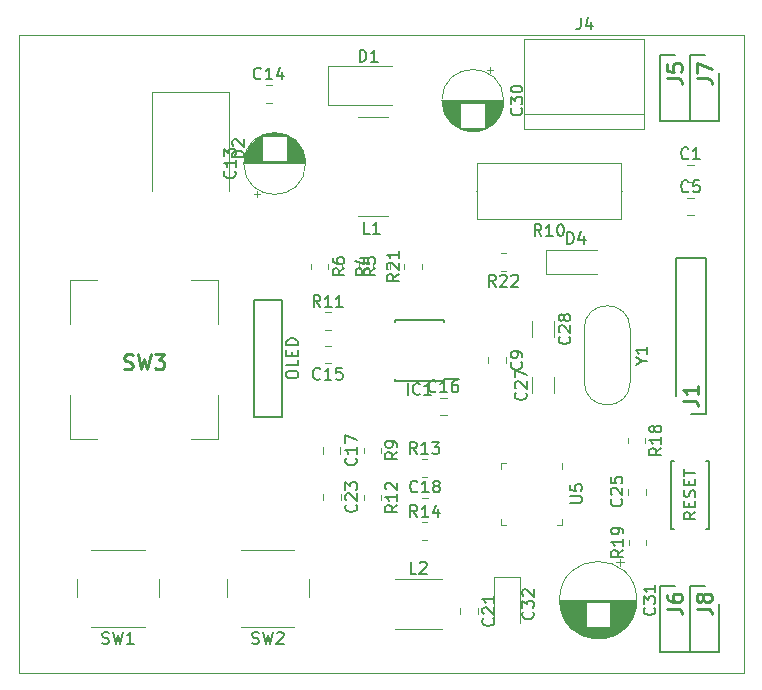
<source format=gto>
%TF.GenerationSoftware,KiCad,Pcbnew,(6.0.1-0)*%
%TF.CreationDate,2022-06-02T12:12:10+03:00*%
%TF.ProjectId,VoltageRegulator,566f6c74-6167-4655-9265-67756c61746f,rev?*%
%TF.SameCoordinates,Original*%
%TF.FileFunction,Legend,Top*%
%TF.FilePolarity,Positive*%
%FSLAX46Y46*%
G04 Gerber Fmt 4.6, Leading zero omitted, Abs format (unit mm)*
G04 Created by KiCad (PCBNEW (6.0.1-0)) date 2022-06-02 12:12:10*
%MOMM*%
%LPD*%
G01*
G04 APERTURE LIST*
%TA.AperFunction,Profile*%
%ADD10C,0.100000*%
%TD*%
%ADD11C,0.254000*%
%ADD12C,0.150000*%
%ADD13C,0.200000*%
%ADD14C,0.120000*%
%ADD15C,0.100000*%
G04 APERTURE END LIST*
D10*
X41505308Y-38806895D02*
X-19874692Y-38806895D01*
X-19874692Y-38806895D02*
X-19874692Y15193105D01*
X-19874692Y15193105D02*
X41505308Y15193105D01*
X41505308Y15193105D02*
X41505308Y-38806895D01*
D11*
%TO.C,J7*%
X37509831Y11539771D02*
X38416974Y11539771D01*
X38598403Y11479295D01*
X38719355Y11358343D01*
X38779831Y11176914D01*
X38779831Y11055962D01*
X37509831Y12023581D02*
X37509831Y12870247D01*
X38779831Y12325962D01*
D12*
%TO.C,R10*%
X24383350Y-1807575D02*
X24050017Y-1331385D01*
X23811922Y-1807575D02*
X23811922Y-807575D01*
X24192874Y-807575D01*
X24288112Y-855195D01*
X24335731Y-902814D01*
X24383350Y-998052D01*
X24383350Y-1140909D01*
X24335731Y-1236147D01*
X24288112Y-1283766D01*
X24192874Y-1331385D01*
X23811922Y-1331385D01*
X25335731Y-1807575D02*
X24764303Y-1807575D01*
X25050017Y-1807575D02*
X25050017Y-807575D01*
X24954779Y-950433D01*
X24859541Y-1045671D01*
X24764303Y-1093290D01*
X25954779Y-807575D02*
X26050017Y-807575D01*
X26145255Y-855195D01*
X26192874Y-902814D01*
X26240493Y-998052D01*
X26288112Y-1188528D01*
X26288112Y-1426623D01*
X26240493Y-1617099D01*
X26192874Y-1712337D01*
X26145255Y-1759956D01*
X26050017Y-1807575D01*
X25954779Y-1807575D01*
X25859541Y-1759956D01*
X25811922Y-1712337D01*
X25764303Y-1617099D01*
X25716684Y-1426623D01*
X25716684Y-1188528D01*
X25764303Y-998052D01*
X25811922Y-902814D01*
X25859541Y-855195D01*
X25954779Y-807575D01*
%TO.C,C23*%
X8677050Y-24564052D02*
X8724669Y-24611671D01*
X8772288Y-24754528D01*
X8772288Y-24849766D01*
X8724669Y-24992623D01*
X8629431Y-25087861D01*
X8534193Y-25135480D01*
X8343717Y-25183099D01*
X8200860Y-25183099D01*
X8010384Y-25135480D01*
X7915146Y-25087861D01*
X7819908Y-24992623D01*
X7772288Y-24849766D01*
X7772288Y-24754528D01*
X7819908Y-24611671D01*
X7867527Y-24564052D01*
X7867527Y-24183099D02*
X7819908Y-24135480D01*
X7772288Y-24040242D01*
X7772288Y-23802147D01*
X7819908Y-23706909D01*
X7867527Y-23659290D01*
X7962765Y-23611671D01*
X8058003Y-23611671D01*
X8200860Y-23659290D01*
X8772288Y-24230718D01*
X8772288Y-23611671D01*
X7772288Y-23278337D02*
X7772288Y-22659290D01*
X8153241Y-22992623D01*
X8153241Y-22849766D01*
X8200860Y-22754528D01*
X8248479Y-22706909D01*
X8343717Y-22659290D01*
X8581812Y-22659290D01*
X8677050Y-22706909D01*
X8724669Y-22754528D01*
X8772288Y-22849766D01*
X8772288Y-23135480D01*
X8724669Y-23230718D01*
X8677050Y-23278337D01*
%TO.C,C28*%
X26729550Y-10332452D02*
X26777169Y-10380071D01*
X26824788Y-10522928D01*
X26824788Y-10618166D01*
X26777169Y-10761023D01*
X26681931Y-10856261D01*
X26586693Y-10903880D01*
X26396217Y-10951499D01*
X26253360Y-10951499D01*
X26062884Y-10903880D01*
X25967646Y-10856261D01*
X25872408Y-10761023D01*
X25824788Y-10618166D01*
X25824788Y-10522928D01*
X25872408Y-10380071D01*
X25920027Y-10332452D01*
X25920027Y-9951499D02*
X25872408Y-9903880D01*
X25824788Y-9808642D01*
X25824788Y-9570547D01*
X25872408Y-9475309D01*
X25920027Y-9427690D01*
X26015265Y-9380071D01*
X26110503Y-9380071D01*
X26253360Y-9427690D01*
X26824788Y-9999118D01*
X26824788Y-9380071D01*
X26253360Y-8808642D02*
X26205741Y-8903880D01*
X26158122Y-8951499D01*
X26062884Y-8999118D01*
X26015265Y-8999118D01*
X25920027Y-8951499D01*
X25872408Y-8903880D01*
X25824788Y-8808642D01*
X25824788Y-8618166D01*
X25872408Y-8522928D01*
X25920027Y-8475309D01*
X26015265Y-8427690D01*
X26062884Y-8427690D01*
X26158122Y-8475309D01*
X26205741Y-8522928D01*
X26253360Y-8618166D01*
X26253360Y-8808642D01*
X26300979Y-8903880D01*
X26348598Y-8951499D01*
X26443836Y-8999118D01*
X26634312Y-8999118D01*
X26729550Y-8951499D01*
X26777169Y-8903880D01*
X26824788Y-8808642D01*
X26824788Y-8618166D01*
X26777169Y-8522928D01*
X26729550Y-8475309D01*
X26634312Y-8427690D01*
X26443836Y-8427690D01*
X26348598Y-8475309D01*
X26300979Y-8522928D01*
X26253360Y-8618166D01*
%TO.C,SW2*%
X-117225Y-36296156D02*
X25631Y-36343775D01*
X263727Y-36343775D01*
X358965Y-36296156D01*
X406584Y-36248537D01*
X454203Y-36153299D01*
X454203Y-36058061D01*
X406584Y-35962823D01*
X358965Y-35915204D01*
X263727Y-35867585D01*
X73250Y-35819966D01*
X-21987Y-35772347D01*
X-69606Y-35724728D01*
X-117225Y-35629490D01*
X-117225Y-35534252D01*
X-69606Y-35439014D01*
X-21987Y-35391395D01*
X73250Y-35343775D01*
X311346Y-35343775D01*
X454203Y-35391395D01*
X787536Y-35343775D02*
X1025631Y-36343775D01*
X1216108Y-35629490D01*
X1406584Y-36343775D01*
X1644679Y-35343775D01*
X1978012Y-35439014D02*
X2025631Y-35391395D01*
X2120869Y-35343775D01*
X2358965Y-35343775D01*
X2454203Y-35391395D01*
X2501822Y-35439014D01*
X2549441Y-35534252D01*
X2549441Y-35629490D01*
X2501822Y-35772347D01*
X1930393Y-36343775D01*
X2549441Y-36343775D01*
%TO.C,IC1*%
X13049517Y-15256975D02*
X13049517Y-14256975D01*
X14097136Y-15161737D02*
X14049517Y-15209356D01*
X13906660Y-15256975D01*
X13811422Y-15256975D01*
X13668565Y-15209356D01*
X13573327Y-15114118D01*
X13525708Y-15018880D01*
X13478088Y-14828404D01*
X13478088Y-14685547D01*
X13525708Y-14495071D01*
X13573327Y-14399833D01*
X13668565Y-14304595D01*
X13811422Y-14256975D01*
X13906660Y-14256975D01*
X14049517Y-14304595D01*
X14097136Y-14352214D01*
X15049517Y-15256975D02*
X14478088Y-15256975D01*
X14763803Y-15256975D02*
X14763803Y-14256975D01*
X14668565Y-14399833D01*
X14573327Y-14495071D01*
X14478088Y-14542690D01*
%TO.C,R22*%
X20506850Y-6098775D02*
X20173517Y-5622585D01*
X19935422Y-6098775D02*
X19935422Y-5098775D01*
X20316374Y-5098775D01*
X20411612Y-5146395D01*
X20459231Y-5194014D01*
X20506850Y-5289252D01*
X20506850Y-5432109D01*
X20459231Y-5527347D01*
X20411612Y-5574966D01*
X20316374Y-5622585D01*
X19935422Y-5622585D01*
X20887803Y-5194014D02*
X20935422Y-5146395D01*
X21030660Y-5098775D01*
X21268755Y-5098775D01*
X21363993Y-5146395D01*
X21411612Y-5194014D01*
X21459231Y-5289252D01*
X21459231Y-5384490D01*
X21411612Y-5527347D01*
X20840184Y-6098775D01*
X21459231Y-6098775D01*
X21840184Y-5194014D02*
X21887803Y-5146395D01*
X21983041Y-5098775D01*
X22221136Y-5098775D01*
X22316374Y-5146395D01*
X22363993Y-5194014D01*
X22411612Y-5289252D01*
X22411612Y-5384490D01*
X22363993Y-5527347D01*
X21792565Y-6098775D01*
X22411612Y-6098775D01*
%TO.C,L2*%
X13792241Y-30404075D02*
X13316050Y-30404075D01*
X13316050Y-29404075D01*
X14077955Y-29499314D02*
X14125574Y-29451695D01*
X14220812Y-29404075D01*
X14458908Y-29404075D01*
X14554146Y-29451695D01*
X14601765Y-29499314D01*
X14649384Y-29594552D01*
X14649384Y-29689790D01*
X14601765Y-29832647D01*
X14030336Y-30404075D01*
X14649384Y-30404075D01*
%TO.C,D4*%
X26556112Y-2472475D02*
X26556112Y-1472475D01*
X26794208Y-1472475D01*
X26937065Y-1520095D01*
X27032303Y-1615333D01*
X27079922Y-1710571D01*
X27127541Y-1901047D01*
X27127541Y-2043904D01*
X27079922Y-2234380D01*
X27032303Y-2329618D01*
X26937065Y-2424856D01*
X26794208Y-2472475D01*
X26556112Y-2472475D01*
X27984684Y-1805809D02*
X27984684Y-2472475D01*
X27746588Y-1424856D02*
X27508493Y-2139142D01*
X28127541Y-2139142D01*
%TO.C,C15*%
X5641550Y-13875637D02*
X5593931Y-13923256D01*
X5451074Y-13970875D01*
X5355836Y-13970875D01*
X5212979Y-13923256D01*
X5117741Y-13828018D01*
X5070122Y-13732780D01*
X5022503Y-13542304D01*
X5022503Y-13399447D01*
X5070122Y-13208971D01*
X5117741Y-13113733D01*
X5212979Y-13018495D01*
X5355836Y-12970875D01*
X5451074Y-12970875D01*
X5593931Y-13018495D01*
X5641550Y-13066114D01*
X6593931Y-13970875D02*
X6022503Y-13970875D01*
X6308217Y-13970875D02*
X6308217Y-12970875D01*
X6212979Y-13113733D01*
X6117741Y-13208971D01*
X6022503Y-13256590D01*
X7498693Y-12970875D02*
X7022503Y-12970875D01*
X6974884Y-13447066D01*
X7022503Y-13399447D01*
X7117741Y-13351828D01*
X7355836Y-13351828D01*
X7451074Y-13399447D01*
X7498693Y-13447066D01*
X7546312Y-13542304D01*
X7546312Y-13780399D01*
X7498693Y-13875637D01*
X7451074Y-13923256D01*
X7355836Y-13970875D01*
X7117741Y-13970875D01*
X7022503Y-13923256D01*
X6974884Y-13875637D01*
%TO.C,C9*%
X22667350Y-12496861D02*
X22714969Y-12544480D01*
X22762588Y-12687337D01*
X22762588Y-12782575D01*
X22714969Y-12925433D01*
X22619731Y-13020671D01*
X22524493Y-13068290D01*
X22334017Y-13115909D01*
X22191160Y-13115909D01*
X22000684Y-13068290D01*
X21905446Y-13020671D01*
X21810208Y-12925433D01*
X21762588Y-12782575D01*
X21762588Y-12687337D01*
X21810208Y-12544480D01*
X21857827Y-12496861D01*
X22762588Y-12020671D02*
X22762588Y-11830195D01*
X22714969Y-11734956D01*
X22667350Y-11687337D01*
X22524493Y-11592099D01*
X22334017Y-11544480D01*
X21953065Y-11544480D01*
X21857827Y-11592099D01*
X21810208Y-11639718D01*
X21762588Y-11734956D01*
X21762588Y-11925433D01*
X21810208Y-12020671D01*
X21857827Y-12068290D01*
X21953065Y-12115909D01*
X22191160Y-12115909D01*
X22286398Y-12068290D01*
X22334017Y-12020671D01*
X22381636Y-11925433D01*
X22381636Y-11734956D01*
X22334017Y-11639718D01*
X22286398Y-11592099D01*
X22191160Y-11544480D01*
%TO.C,R4*%
X9658988Y-4549061D02*
X9182798Y-4882395D01*
X9658988Y-5120490D02*
X8658988Y-5120490D01*
X8658988Y-4739537D01*
X8706608Y-4644299D01*
X8754227Y-4596680D01*
X8849465Y-4549061D01*
X8992322Y-4549061D01*
X9087560Y-4596680D01*
X9135179Y-4644299D01*
X9182798Y-4739537D01*
X9182798Y-5120490D01*
X8992322Y-3691918D02*
X9658988Y-3691918D01*
X8611369Y-3930014D02*
X9325655Y-4168109D01*
X9325655Y-3549061D01*
%TO.C,R6*%
X7690288Y-4549061D02*
X7214098Y-4882395D01*
X7690288Y-5120490D02*
X6690288Y-5120490D01*
X6690288Y-4739537D01*
X6737908Y-4644299D01*
X6785527Y-4596680D01*
X6880765Y-4549061D01*
X7023622Y-4549061D01*
X7118860Y-4596680D01*
X7166479Y-4644299D01*
X7214098Y-4739537D01*
X7214098Y-5120490D01*
X6690288Y-3691918D02*
X6690288Y-3882395D01*
X6737908Y-3977633D01*
X6785527Y-4025252D01*
X6928384Y-4120490D01*
X7118860Y-4168109D01*
X7499812Y-4168109D01*
X7595050Y-4120490D01*
X7642669Y-4072871D01*
X7690288Y-3977633D01*
X7690288Y-3787156D01*
X7642669Y-3691918D01*
X7595050Y-3644299D01*
X7499812Y-3596680D01*
X7261717Y-3596680D01*
X7166479Y-3644299D01*
X7118860Y-3691918D01*
X7071241Y-3787156D01*
X7071241Y-3977633D01*
X7118860Y-4072871D01*
X7166479Y-4120490D01*
X7261717Y-4168109D01*
D11*
%TO.C,J8*%
X37509831Y-33360228D02*
X38416974Y-33360228D01*
X38598403Y-33420704D01*
X38719355Y-33541656D01*
X38779831Y-33723085D01*
X38779831Y-33844037D01*
X38054117Y-32574037D02*
X37993641Y-32694990D01*
X37933165Y-32755466D01*
X37812212Y-32815942D01*
X37751736Y-32815942D01*
X37630784Y-32755466D01*
X37570308Y-32694990D01*
X37509831Y-32574037D01*
X37509831Y-32332133D01*
X37570308Y-32211180D01*
X37630784Y-32150704D01*
X37751736Y-32090228D01*
X37812212Y-32090228D01*
X37933165Y-32150704D01*
X37993641Y-32211180D01*
X38054117Y-32332133D01*
X38054117Y-32574037D01*
X38114593Y-32694990D01*
X38175069Y-32755466D01*
X38296022Y-32815942D01*
X38537927Y-32815942D01*
X38658879Y-32755466D01*
X38719355Y-32694990D01*
X38779831Y-32574037D01*
X38779831Y-32332133D01*
X38719355Y-32211180D01*
X38658879Y-32150704D01*
X38537927Y-32090228D01*
X38296022Y-32090228D01*
X38175069Y-32150704D01*
X38114593Y-32211180D01*
X38054117Y-32332133D01*
%TO.C,J1*%
X36342231Y-15760528D02*
X37249374Y-15760528D01*
X37430803Y-15821004D01*
X37551755Y-15941956D01*
X37612231Y-16123385D01*
X37612231Y-16244337D01*
X37612231Y-14490528D02*
X37612231Y-15216242D01*
X37612231Y-14853385D02*
X36342231Y-14853385D01*
X36523660Y-14974337D01*
X36644612Y-15095290D01*
X36705088Y-15216242D01*
%TO.C,SW3*%
X-10948325Y-13037742D02*
X-10766896Y-13098218D01*
X-10464515Y-13098218D01*
X-10343563Y-13037742D01*
X-10283087Y-12977266D01*
X-10222611Y-12856314D01*
X-10222611Y-12735361D01*
X-10283087Y-12614409D01*
X-10343563Y-12553933D01*
X-10464515Y-12493456D01*
X-10706420Y-12432980D01*
X-10827372Y-12372504D01*
X-10887849Y-12312028D01*
X-10948325Y-12191075D01*
X-10948325Y-12070123D01*
X-10887849Y-11949171D01*
X-10827372Y-11888695D01*
X-10706420Y-11828218D01*
X-10404039Y-11828218D01*
X-10222611Y-11888695D01*
X-9799277Y-11828218D02*
X-9496896Y-13098218D01*
X-9254992Y-12191075D01*
X-9013087Y-13098218D01*
X-8710706Y-11828218D01*
X-8347849Y-11828218D02*
X-7561658Y-11828218D01*
X-7984992Y-12312028D01*
X-7803563Y-12312028D01*
X-7682611Y-12372504D01*
X-7622134Y-12432980D01*
X-7561658Y-12553933D01*
X-7561658Y-12856314D01*
X-7622134Y-12977266D01*
X-7682611Y-13037742D01*
X-7803563Y-13098218D01*
X-8166420Y-13098218D01*
X-8287372Y-13037742D01*
X-8347849Y-12977266D01*
D12*
%TO.C,L1*%
X9843041Y-1634675D02*
X9366850Y-1634675D01*
X9366850Y-634675D01*
X10700184Y-1634675D02*
X10128755Y-1634675D01*
X10414469Y-1634675D02*
X10414469Y-634675D01*
X10319231Y-777533D01*
X10223993Y-872771D01*
X10128755Y-920390D01*
%TO.C,C31*%
X33934750Y-33278952D02*
X33982369Y-33326571D01*
X34029988Y-33469428D01*
X34029988Y-33564666D01*
X33982369Y-33707523D01*
X33887131Y-33802761D01*
X33791893Y-33850380D01*
X33601417Y-33897999D01*
X33458560Y-33897999D01*
X33268084Y-33850380D01*
X33172846Y-33802761D01*
X33077608Y-33707523D01*
X33029988Y-33564666D01*
X33029988Y-33469428D01*
X33077608Y-33326571D01*
X33125227Y-33278952D01*
X33029988Y-32945618D02*
X33029988Y-32326571D01*
X33410941Y-32659904D01*
X33410941Y-32517047D01*
X33458560Y-32421809D01*
X33506179Y-32374190D01*
X33601417Y-32326571D01*
X33839512Y-32326571D01*
X33934750Y-32374190D01*
X33982369Y-32421809D01*
X34029988Y-32517047D01*
X34029988Y-32802761D01*
X33982369Y-32897999D01*
X33934750Y-32945618D01*
X34029988Y-31374190D02*
X34029988Y-31945618D01*
X34029988Y-31659904D02*
X33029988Y-31659904D01*
X33172846Y-31755142D01*
X33268084Y-31850380D01*
X33315703Y-31945618D01*
%TO.C,R19*%
X31299488Y-28414152D02*
X30823298Y-28747485D01*
X31299488Y-28985580D02*
X30299488Y-28985580D01*
X30299488Y-28604628D01*
X30347108Y-28509390D01*
X30394727Y-28461771D01*
X30489965Y-28414152D01*
X30632822Y-28414152D01*
X30728060Y-28461771D01*
X30775679Y-28509390D01*
X30823298Y-28604628D01*
X30823298Y-28985580D01*
X31299488Y-27461771D02*
X31299488Y-28033199D01*
X31299488Y-27747485D02*
X30299488Y-27747485D01*
X30442346Y-27842723D01*
X30537584Y-27937961D01*
X30585203Y-28033199D01*
X31299488Y-26985580D02*
X31299488Y-26795104D01*
X31251869Y-26699866D01*
X31204250Y-26652247D01*
X31061393Y-26557009D01*
X30870917Y-26509390D01*
X30489965Y-26509390D01*
X30394727Y-26557009D01*
X30347108Y-26604628D01*
X30299488Y-26699866D01*
X30299488Y-26890342D01*
X30347108Y-26985580D01*
X30394727Y-27033199D01*
X30489965Y-27080818D01*
X30728060Y-27080818D01*
X30823298Y-27033199D01*
X30870917Y-26985580D01*
X30918536Y-26890342D01*
X30918536Y-26699866D01*
X30870917Y-26604628D01*
X30823298Y-26557009D01*
X30728060Y-26509390D01*
%TO.C,R11*%
X5661550Y-7822675D02*
X5328217Y-7346485D01*
X5090122Y-7822675D02*
X5090122Y-6822675D01*
X5471074Y-6822675D01*
X5566312Y-6870295D01*
X5613931Y-6917914D01*
X5661550Y-7013152D01*
X5661550Y-7156009D01*
X5613931Y-7251247D01*
X5566312Y-7298866D01*
X5471074Y-7346485D01*
X5090122Y-7346485D01*
X6613931Y-7822675D02*
X6042503Y-7822675D01*
X6328217Y-7822675D02*
X6328217Y-6822675D01*
X6232979Y-6965533D01*
X6137741Y-7060771D01*
X6042503Y-7108390D01*
X7566312Y-7822675D02*
X6994884Y-7822675D01*
X7280598Y-7822675D02*
X7280598Y-6822675D01*
X7185360Y-6965533D01*
X7090122Y-7060771D01*
X6994884Y-7108390D01*
%TO.C,C21*%
X20284250Y-34193852D02*
X20331869Y-34241471D01*
X20379488Y-34384328D01*
X20379488Y-34479566D01*
X20331869Y-34622423D01*
X20236631Y-34717661D01*
X20141393Y-34765280D01*
X19950917Y-34812899D01*
X19808060Y-34812899D01*
X19617584Y-34765280D01*
X19522346Y-34717661D01*
X19427108Y-34622423D01*
X19379488Y-34479566D01*
X19379488Y-34384328D01*
X19427108Y-34241471D01*
X19474727Y-34193852D01*
X19474727Y-33812899D02*
X19427108Y-33765280D01*
X19379488Y-33670042D01*
X19379488Y-33431947D01*
X19427108Y-33336709D01*
X19474727Y-33289090D01*
X19569965Y-33241471D01*
X19665203Y-33241471D01*
X19808060Y-33289090D01*
X20379488Y-33860518D01*
X20379488Y-33241471D01*
X20379488Y-32289090D02*
X20379488Y-32860518D01*
X20379488Y-32574804D02*
X19379488Y-32574804D01*
X19522346Y-32670042D01*
X19617584Y-32765280D01*
X19665203Y-32860518D01*
%TO.C,R13*%
X13813050Y-20258075D02*
X13479717Y-19781885D01*
X13241622Y-20258075D02*
X13241622Y-19258075D01*
X13622574Y-19258075D01*
X13717812Y-19305695D01*
X13765431Y-19353314D01*
X13813050Y-19448552D01*
X13813050Y-19591409D01*
X13765431Y-19686647D01*
X13717812Y-19734266D01*
X13622574Y-19781885D01*
X13241622Y-19781885D01*
X14765431Y-20258075D02*
X14194003Y-20258075D01*
X14479717Y-20258075D02*
X14479717Y-19258075D01*
X14384479Y-19400933D01*
X14289241Y-19496171D01*
X14194003Y-19543790D01*
X15098765Y-19258075D02*
X15717812Y-19258075D01*
X15384479Y-19639028D01*
X15527336Y-19639028D01*
X15622574Y-19686647D01*
X15670193Y-19734266D01*
X15717812Y-19829504D01*
X15717812Y-20067599D01*
X15670193Y-20162837D01*
X15622574Y-20210456D01*
X15527336Y-20258075D01*
X15241622Y-20258075D01*
X15146384Y-20210456D01*
X15098765Y-20162837D01*
%TO.C,D1*%
X8977712Y12951924D02*
X8977712Y13951924D01*
X9215808Y13951924D01*
X9358665Y13904305D01*
X9453903Y13809066D01*
X9501522Y13713828D01*
X9549141Y13523352D01*
X9549141Y13380495D01*
X9501522Y13190019D01*
X9453903Y13094781D01*
X9358665Y12999543D01*
X9215808Y12951924D01*
X8977712Y12951924D01*
X10501522Y12951924D02*
X9930093Y12951924D01*
X10215808Y12951924D02*
X10215808Y13951924D01*
X10120569Y13809066D01*
X10025331Y13713828D01*
X9930093Y13666209D01*
%TO.C,U5*%
X26817388Y-24403199D02*
X27626912Y-24403199D01*
X27722150Y-24355580D01*
X27769769Y-24307961D01*
X27817388Y-24212723D01*
X27817388Y-24022247D01*
X27769769Y-23927009D01*
X27722150Y-23879390D01*
X27626912Y-23831771D01*
X26817388Y-23831771D01*
X26817388Y-22879390D02*
X26817388Y-23355580D01*
X27293579Y-23403199D01*
X27245960Y-23355580D01*
X27198341Y-23260342D01*
X27198341Y-23022247D01*
X27245960Y-22927009D01*
X27293579Y-22879390D01*
X27388817Y-22831771D01*
X27626912Y-22831771D01*
X27722150Y-22879390D01*
X27769769Y-22927009D01*
X27817388Y-23022247D01*
X27817388Y-23260342D01*
X27769769Y-23355580D01*
X27722150Y-23403199D01*
%TO.C,C14*%
X639068Y11540318D02*
X591449Y11492699D01*
X448592Y11445080D01*
X353354Y11445080D01*
X210497Y11492699D01*
X115259Y11587937D01*
X67640Y11683175D01*
X20021Y11873651D01*
X20021Y12016508D01*
X67640Y12206984D01*
X115259Y12302222D01*
X210497Y12397461D01*
X353354Y12445080D01*
X448592Y12445080D01*
X591449Y12397461D01*
X639068Y12349841D01*
X1591449Y11445080D02*
X1020021Y11445080D01*
X1305735Y11445080D02*
X1305735Y12445080D01*
X1210497Y12302222D01*
X1115259Y12206984D01*
X1020021Y12159365D01*
X2448592Y12111746D02*
X2448592Y11445080D01*
X2210497Y12492699D02*
X1972402Y11778413D01*
X2591449Y11778413D01*
%TO.C,OL1*%
X2775588Y-13626875D02*
X2775588Y-13436399D01*
X2823208Y-13341161D01*
X2918446Y-13245923D01*
X3108922Y-13198304D01*
X3442255Y-13198304D01*
X3632731Y-13245923D01*
X3727969Y-13341161D01*
X3775588Y-13436399D01*
X3775588Y-13626875D01*
X3727969Y-13722114D01*
X3632731Y-13817352D01*
X3442255Y-13864971D01*
X3108922Y-13864971D01*
X2918446Y-13817352D01*
X2823208Y-13722114D01*
X2775588Y-13626875D01*
X3775588Y-12293542D02*
X3775588Y-12769733D01*
X2775588Y-12769733D01*
X3251779Y-11960209D02*
X3251779Y-11626875D01*
X3775588Y-11484018D02*
X3775588Y-11960209D01*
X2775588Y-11960209D01*
X2775588Y-11484018D01*
X3775588Y-11055447D02*
X2775588Y-11055447D01*
X2775588Y-10817352D01*
X2823208Y-10674495D01*
X2918446Y-10579256D01*
X3013684Y-10531637D01*
X3204160Y-10484018D01*
X3347017Y-10484018D01*
X3537493Y-10531637D01*
X3632731Y-10579256D01*
X3727969Y-10674495D01*
X3775588Y-10817352D01*
X3775588Y-11055447D01*
%TO.C,SW1*%
X-12800225Y-36296156D02*
X-12657368Y-36343775D01*
X-12419272Y-36343775D01*
X-12324034Y-36296156D01*
X-12276415Y-36248537D01*
X-12228796Y-36153299D01*
X-12228796Y-36058061D01*
X-12276415Y-35962823D01*
X-12324034Y-35915204D01*
X-12419272Y-35867585D01*
X-12609749Y-35819966D01*
X-12704987Y-35772347D01*
X-12752606Y-35724728D01*
X-12800225Y-35629490D01*
X-12800225Y-35534252D01*
X-12752606Y-35439014D01*
X-12704987Y-35391395D01*
X-12609749Y-35343775D01*
X-12371653Y-35343775D01*
X-12228796Y-35391395D01*
X-11895463Y-35343775D02*
X-11657368Y-36343775D01*
X-11466892Y-35629490D01*
X-11276415Y-36343775D01*
X-11038320Y-35343775D01*
X-10133558Y-36343775D02*
X-10704987Y-36343775D01*
X-10419272Y-36343775D02*
X-10419272Y-35343775D01*
X-10514511Y-35486633D01*
X-10609749Y-35581871D01*
X-10704987Y-35629490D01*
D11*
%TO.C,J6*%
X35009831Y-33360228D02*
X35916974Y-33360228D01*
X36098403Y-33420704D01*
X36219355Y-33541656D01*
X36279831Y-33723085D01*
X36279831Y-33844037D01*
X35009831Y-32211180D02*
X35009831Y-32453085D01*
X35070308Y-32574037D01*
X35130784Y-32634514D01*
X35312212Y-32755466D01*
X35554117Y-32815942D01*
X36037927Y-32815942D01*
X36158879Y-32755466D01*
X36219355Y-32694990D01*
X36279831Y-32574037D01*
X36279831Y-32332133D01*
X36219355Y-32211180D01*
X36158879Y-32150704D01*
X36037927Y-32090228D01*
X35735546Y-32090228D01*
X35614593Y-32150704D01*
X35554117Y-32211180D01*
X35493641Y-32332133D01*
X35493641Y-32574037D01*
X35554117Y-32694990D01*
X35614593Y-32755466D01*
X35735546Y-32815942D01*
D12*
%TO.C,Y1*%
X32870298Y-12389885D02*
X33346488Y-12389885D01*
X32346488Y-12723218D02*
X32870298Y-12389885D01*
X32346488Y-12056552D01*
X33346488Y-11199409D02*
X33346488Y-11770837D01*
X33346488Y-11485123D02*
X32346488Y-11485123D01*
X32489346Y-11580361D01*
X32584584Y-11675599D01*
X32632203Y-11770837D01*
%TO.C,J4*%
X27691774Y16676424D02*
X27691774Y15962138D01*
X27644155Y15819281D01*
X27548917Y15724043D01*
X27406060Y15676424D01*
X27310822Y15676424D01*
X28596536Y16343090D02*
X28596536Y15676424D01*
X28358441Y16724043D02*
X28120346Y16009757D01*
X28739393Y16009757D01*
D11*
%TO.C,J5*%
X35009831Y11539771D02*
X35916974Y11539771D01*
X36098403Y11479295D01*
X36219355Y11358343D01*
X36279831Y11176914D01*
X36279831Y11055962D01*
X35009831Y12749295D02*
X35009831Y12144533D01*
X35614593Y12084057D01*
X35554117Y12144533D01*
X35493641Y12265485D01*
X35493641Y12567866D01*
X35554117Y12688819D01*
X35614593Y12749295D01*
X35735546Y12809771D01*
X36037927Y12809771D01*
X36158879Y12749295D01*
X36219355Y12688819D01*
X36279831Y12567866D01*
X36279831Y12265485D01*
X36219355Y12144533D01*
X36158879Y12084057D01*
D12*
%TO.C,C25*%
X31134250Y-24093052D02*
X31181869Y-24140671D01*
X31229488Y-24283528D01*
X31229488Y-24378766D01*
X31181869Y-24521623D01*
X31086631Y-24616861D01*
X30991393Y-24664480D01*
X30800917Y-24712099D01*
X30658060Y-24712099D01*
X30467584Y-24664480D01*
X30372346Y-24616861D01*
X30277108Y-24521623D01*
X30229488Y-24378766D01*
X30229488Y-24283528D01*
X30277108Y-24140671D01*
X30324727Y-24093052D01*
X30324727Y-23712099D02*
X30277108Y-23664480D01*
X30229488Y-23569242D01*
X30229488Y-23331147D01*
X30277108Y-23235909D01*
X30324727Y-23188290D01*
X30419965Y-23140671D01*
X30515203Y-23140671D01*
X30658060Y-23188290D01*
X31229488Y-23759718D01*
X31229488Y-23140671D01*
X30229488Y-22235909D02*
X30229488Y-22712099D01*
X30705679Y-22759718D01*
X30658060Y-22712099D01*
X30610441Y-22616861D01*
X30610441Y-22378766D01*
X30658060Y-22283528D01*
X30705679Y-22235909D01*
X30800917Y-22188290D01*
X31039012Y-22188290D01*
X31134250Y-22235909D01*
X31181869Y-22283528D01*
X31229488Y-22378766D01*
X31229488Y-22616861D01*
X31181869Y-22712099D01*
X31134250Y-22759718D01*
%TO.C,R5*%
X10324688Y-4549061D02*
X9848498Y-4882395D01*
X10324688Y-5120490D02*
X9324688Y-5120490D01*
X9324688Y-4739537D01*
X9372308Y-4644299D01*
X9419927Y-4596680D01*
X9515165Y-4549061D01*
X9658022Y-4549061D01*
X9753260Y-4596680D01*
X9800879Y-4644299D01*
X9848498Y-4739537D01*
X9848498Y-5120490D01*
X9324688Y-3644299D02*
X9324688Y-4120490D01*
X9800879Y-4168109D01*
X9753260Y-4120490D01*
X9705641Y-4025252D01*
X9705641Y-3787156D01*
X9753260Y-3691918D01*
X9800879Y-3644299D01*
X9896117Y-3596680D01*
X10134212Y-3596680D01*
X10229450Y-3644299D01*
X10277069Y-3691918D01*
X10324688Y-3787156D01*
X10324688Y-4025252D01*
X10277069Y-4120490D01*
X10229450Y-4168109D01*
%TO.C,SW4*%
X37408188Y-25178175D02*
X36931998Y-25511509D01*
X37408188Y-25749604D02*
X36408188Y-25749604D01*
X36408188Y-25368652D01*
X36455808Y-25273414D01*
X36503427Y-25225795D01*
X36598665Y-25178175D01*
X36741522Y-25178175D01*
X36836760Y-25225795D01*
X36884379Y-25273414D01*
X36931998Y-25368652D01*
X36931998Y-25749604D01*
X36884379Y-24749604D02*
X36884379Y-24416271D01*
X37408188Y-24273414D02*
X37408188Y-24749604D01*
X36408188Y-24749604D01*
X36408188Y-24273414D01*
X37360569Y-23892461D02*
X37408188Y-23749604D01*
X37408188Y-23511509D01*
X37360569Y-23416271D01*
X37312950Y-23368652D01*
X37217712Y-23321033D01*
X37122474Y-23321033D01*
X37027236Y-23368652D01*
X36979617Y-23416271D01*
X36931998Y-23511509D01*
X36884379Y-23701985D01*
X36836760Y-23797223D01*
X36789141Y-23844842D01*
X36693903Y-23892461D01*
X36598665Y-23892461D01*
X36503427Y-23844842D01*
X36455808Y-23797223D01*
X36408188Y-23701985D01*
X36408188Y-23463890D01*
X36455808Y-23321033D01*
X36884379Y-22892461D02*
X36884379Y-22559128D01*
X37408188Y-22416271D02*
X37408188Y-22892461D01*
X36408188Y-22892461D01*
X36408188Y-22416271D01*
X36408188Y-22130556D02*
X36408188Y-21559128D01*
X37408188Y-21844842D02*
X36408188Y-21844842D01*
%TO.C,R18*%
X34519488Y-19771952D02*
X34043298Y-20105285D01*
X34519488Y-20343380D02*
X33519488Y-20343380D01*
X33519488Y-19962428D01*
X33567108Y-19867190D01*
X33614727Y-19819571D01*
X33709965Y-19771952D01*
X33852822Y-19771952D01*
X33948060Y-19819571D01*
X33995679Y-19867190D01*
X34043298Y-19962428D01*
X34043298Y-20343380D01*
X34519488Y-18819571D02*
X34519488Y-19390999D01*
X34519488Y-19105285D02*
X33519488Y-19105285D01*
X33662346Y-19200523D01*
X33757584Y-19295761D01*
X33805203Y-19390999D01*
X33948060Y-18248142D02*
X33900441Y-18343380D01*
X33852822Y-18390999D01*
X33757584Y-18438618D01*
X33709965Y-18438618D01*
X33614727Y-18390999D01*
X33567108Y-18343380D01*
X33519488Y-18248142D01*
X33519488Y-18057666D01*
X33567108Y-17962428D01*
X33614727Y-17914809D01*
X33709965Y-17867190D01*
X33757584Y-17867190D01*
X33852822Y-17914809D01*
X33900441Y-17962428D01*
X33948060Y-18057666D01*
X33948060Y-18248142D01*
X33995679Y-18343380D01*
X34043298Y-18390999D01*
X34138536Y-18438618D01*
X34329012Y-18438618D01*
X34424250Y-18390999D01*
X34471869Y-18343380D01*
X34519488Y-18248142D01*
X34519488Y-18057666D01*
X34471869Y-17962428D01*
X34424250Y-17914809D01*
X34329012Y-17867190D01*
X34138536Y-17867190D01*
X34043298Y-17914809D01*
X33995679Y-17962428D01*
X33948060Y-18057666D01*
%TO.C,C18*%
X13874950Y-23430737D02*
X13827331Y-23478356D01*
X13684474Y-23525975D01*
X13589236Y-23525975D01*
X13446379Y-23478356D01*
X13351141Y-23383118D01*
X13303522Y-23287880D01*
X13255903Y-23097404D01*
X13255903Y-22954547D01*
X13303522Y-22764071D01*
X13351141Y-22668833D01*
X13446379Y-22573595D01*
X13589236Y-22525975D01*
X13684474Y-22525975D01*
X13827331Y-22573595D01*
X13874950Y-22621214D01*
X14827331Y-23525975D02*
X14255903Y-23525975D01*
X14541617Y-23525975D02*
X14541617Y-22525975D01*
X14446379Y-22668833D01*
X14351141Y-22764071D01*
X14255903Y-22811690D01*
X15398760Y-22954547D02*
X15303522Y-22906928D01*
X15255903Y-22859309D01*
X15208284Y-22764071D01*
X15208284Y-22716452D01*
X15255903Y-22621214D01*
X15303522Y-22573595D01*
X15398760Y-22525975D01*
X15589236Y-22525975D01*
X15684474Y-22573595D01*
X15732093Y-22621214D01*
X15779712Y-22716452D01*
X15779712Y-22764071D01*
X15732093Y-22859309D01*
X15684474Y-22906928D01*
X15589236Y-22954547D01*
X15398760Y-22954547D01*
X15303522Y-23002166D01*
X15255903Y-23049785D01*
X15208284Y-23145023D01*
X15208284Y-23335499D01*
X15255903Y-23430737D01*
X15303522Y-23478356D01*
X15398760Y-23525975D01*
X15589236Y-23525975D01*
X15684474Y-23478356D01*
X15732093Y-23430737D01*
X15779712Y-23335499D01*
X15779712Y-23145023D01*
X15732093Y-23049785D01*
X15684474Y-23002166D01*
X15589236Y-22954547D01*
%TO.C,D2*%
X-790111Y4855009D02*
X-1790111Y4855009D01*
X-1790111Y5093105D01*
X-1742492Y5235962D01*
X-1647253Y5331200D01*
X-1552015Y5378819D01*
X-1361539Y5426438D01*
X-1218682Y5426438D01*
X-1028206Y5378819D01*
X-932968Y5331200D01*
X-837730Y5235962D01*
X-790111Y5093105D01*
X-790111Y4855009D01*
X-1694872Y5807390D02*
X-1742492Y5855009D01*
X-1790111Y5950247D01*
X-1790111Y6188343D01*
X-1742492Y6283581D01*
X-1694872Y6331200D01*
X-1599634Y6378819D01*
X-1504396Y6378819D01*
X-1361539Y6331200D01*
X-790111Y5759771D01*
X-790111Y6378819D01*
%TO.C,R12*%
X12162188Y-24587252D02*
X11685998Y-24920585D01*
X12162188Y-25158680D02*
X11162188Y-25158680D01*
X11162188Y-24777728D01*
X11209808Y-24682490D01*
X11257427Y-24634871D01*
X11352665Y-24587252D01*
X11495522Y-24587252D01*
X11590760Y-24634871D01*
X11638379Y-24682490D01*
X11685998Y-24777728D01*
X11685998Y-25158680D01*
X12162188Y-23634871D02*
X12162188Y-24206299D01*
X12162188Y-23920585D02*
X11162188Y-23920585D01*
X11305046Y-24015823D01*
X11400284Y-24111061D01*
X11447903Y-24206299D01*
X11257427Y-23253918D02*
X11209808Y-23206299D01*
X11162188Y-23111061D01*
X11162188Y-22872966D01*
X11209808Y-22777728D01*
X11257427Y-22730109D01*
X11352665Y-22682490D01*
X11447903Y-22682490D01*
X11590760Y-22730109D01*
X12162188Y-23301537D01*
X12162188Y-22682490D01*
%TO.C,R9*%
X12162188Y-20113461D02*
X11685998Y-20446795D01*
X12162188Y-20684890D02*
X11162188Y-20684890D01*
X11162188Y-20303937D01*
X11209808Y-20208699D01*
X11257427Y-20161080D01*
X11352665Y-20113461D01*
X11495522Y-20113461D01*
X11590760Y-20161080D01*
X11638379Y-20208699D01*
X11685998Y-20303937D01*
X11685998Y-20684890D01*
X12162188Y-19637271D02*
X12162188Y-19446795D01*
X12114569Y-19351556D01*
X12066950Y-19303937D01*
X11924093Y-19208699D01*
X11733617Y-19161080D01*
X11352665Y-19161080D01*
X11257427Y-19208699D01*
X11209808Y-19256318D01*
X11162188Y-19351556D01*
X11162188Y-19542033D01*
X11209808Y-19637271D01*
X11257427Y-19684890D01*
X11352665Y-19732509D01*
X11590760Y-19732509D01*
X11685998Y-19684890D01*
X11733617Y-19637271D01*
X11781236Y-19542033D01*
X11781236Y-19351556D01*
X11733617Y-19256318D01*
X11685998Y-19208699D01*
X11590760Y-19161080D01*
%TO.C,C30*%
X22671850Y9023947D02*
X22719469Y8976328D01*
X22767088Y8833471D01*
X22767088Y8738233D01*
X22719469Y8595376D01*
X22624231Y8500138D01*
X22528993Y8452519D01*
X22338517Y8404900D01*
X22195660Y8404900D01*
X22005184Y8452519D01*
X21909946Y8500138D01*
X21814708Y8595376D01*
X21767088Y8738233D01*
X21767088Y8833471D01*
X21814708Y8976328D01*
X21862327Y9023947D01*
X21767088Y9357281D02*
X21767088Y9976328D01*
X22148041Y9642995D01*
X22148041Y9785852D01*
X22195660Y9881090D01*
X22243279Y9928709D01*
X22338517Y9976328D01*
X22576612Y9976328D01*
X22671850Y9928709D01*
X22719469Y9881090D01*
X22767088Y9785852D01*
X22767088Y9500138D01*
X22719469Y9404900D01*
X22671850Y9357281D01*
X21767088Y10595376D02*
X21767088Y10690614D01*
X21814708Y10785852D01*
X21862327Y10833471D01*
X21957565Y10881090D01*
X22148041Y10928709D01*
X22386136Y10928709D01*
X22576612Y10881090D01*
X22671850Y10833471D01*
X22719469Y10785852D01*
X22767088Y10690614D01*
X22767088Y10595376D01*
X22719469Y10500138D01*
X22671850Y10452519D01*
X22576612Y10404900D01*
X22386136Y10357281D01*
X22148041Y10357281D01*
X21957565Y10404900D01*
X21862327Y10452519D01*
X21814708Y10500138D01*
X21767088Y10595376D01*
%TO.C,R21*%
X12293388Y-5025252D02*
X11817198Y-5358585D01*
X12293388Y-5596680D02*
X11293388Y-5596680D01*
X11293388Y-5215728D01*
X11341008Y-5120490D01*
X11388627Y-5072871D01*
X11483865Y-5025252D01*
X11626722Y-5025252D01*
X11721960Y-5072871D01*
X11769579Y-5120490D01*
X11817198Y-5215728D01*
X11817198Y-5596680D01*
X11388627Y-4644299D02*
X11341008Y-4596680D01*
X11293388Y-4501442D01*
X11293388Y-4263347D01*
X11341008Y-4168109D01*
X11388627Y-4120490D01*
X11483865Y-4072871D01*
X11579103Y-4072871D01*
X11721960Y-4120490D01*
X12293388Y-4691918D01*
X12293388Y-4072871D01*
X12293388Y-3120490D02*
X12293388Y-3691918D01*
X12293388Y-3406204D02*
X11293388Y-3406204D01*
X11436246Y-3501442D01*
X11531484Y-3596680D01*
X11579103Y-3691918D01*
%TO.C,C5*%
X36830041Y1986662D02*
X36782422Y1939043D01*
X36639565Y1891424D01*
X36544327Y1891424D01*
X36401469Y1939043D01*
X36306231Y2034281D01*
X36258612Y2129519D01*
X36210993Y2319995D01*
X36210993Y2462852D01*
X36258612Y2653328D01*
X36306231Y2748566D01*
X36401469Y2843805D01*
X36544327Y2891424D01*
X36639565Y2891424D01*
X36782422Y2843805D01*
X36830041Y2796185D01*
X37734803Y2891424D02*
X37258612Y2891424D01*
X37210993Y2415233D01*
X37258612Y2462852D01*
X37353850Y2510471D01*
X37591946Y2510471D01*
X37687184Y2462852D01*
X37734803Y2415233D01*
X37782422Y2319995D01*
X37782422Y2081900D01*
X37734803Y1986662D01*
X37687184Y1939043D01*
X37591946Y1891424D01*
X37353850Y1891424D01*
X37258612Y1939043D01*
X37210993Y1986662D01*
%TO.C,C27*%
X23034650Y-15069052D02*
X23082269Y-15116671D01*
X23129888Y-15259528D01*
X23129888Y-15354766D01*
X23082269Y-15497623D01*
X22987031Y-15592861D01*
X22891793Y-15640480D01*
X22701317Y-15688099D01*
X22558460Y-15688099D01*
X22367984Y-15640480D01*
X22272746Y-15592861D01*
X22177508Y-15497623D01*
X22129888Y-15354766D01*
X22129888Y-15259528D01*
X22177508Y-15116671D01*
X22225127Y-15069052D01*
X22225127Y-14688099D02*
X22177508Y-14640480D01*
X22129888Y-14545242D01*
X22129888Y-14307147D01*
X22177508Y-14211909D01*
X22225127Y-14164290D01*
X22320365Y-14116671D01*
X22415603Y-14116671D01*
X22558460Y-14164290D01*
X23129888Y-14735718D01*
X23129888Y-14116671D01*
X22129888Y-13783337D02*
X22129888Y-13116671D01*
X23129888Y-13545242D01*
%TO.C,C13*%
X-1602749Y3685747D02*
X-1555130Y3638128D01*
X-1507511Y3495271D01*
X-1507511Y3400033D01*
X-1555130Y3257176D01*
X-1650368Y3161938D01*
X-1745606Y3114319D01*
X-1936082Y3066700D01*
X-2078939Y3066700D01*
X-2269415Y3114319D01*
X-2364653Y3161938D01*
X-2459892Y3257176D01*
X-2507511Y3400033D01*
X-2507511Y3495271D01*
X-2459892Y3638128D01*
X-2412272Y3685747D01*
X-1507511Y4638128D02*
X-1507511Y4066700D01*
X-1507511Y4352414D02*
X-2507511Y4352414D01*
X-2364653Y4257176D01*
X-2269415Y4161938D01*
X-2221796Y4066700D01*
X-2507511Y4971462D02*
X-2507511Y5590509D01*
X-2126558Y5257176D01*
X-2126558Y5400033D01*
X-2078939Y5495271D01*
X-2031320Y5542890D01*
X-1936082Y5590509D01*
X-1697987Y5590509D01*
X-1602749Y5542890D01*
X-1555130Y5495271D01*
X-1507511Y5400033D01*
X-1507511Y5114319D01*
X-1555130Y5019081D01*
X-1602749Y4971462D01*
%TO.C,C32*%
X23641850Y-33627952D02*
X23689469Y-33675571D01*
X23737088Y-33818428D01*
X23737088Y-33913666D01*
X23689469Y-34056523D01*
X23594231Y-34151761D01*
X23498993Y-34199380D01*
X23308517Y-34246999D01*
X23165660Y-34246999D01*
X22975184Y-34199380D01*
X22879946Y-34151761D01*
X22784708Y-34056523D01*
X22737088Y-33913666D01*
X22737088Y-33818428D01*
X22784708Y-33675571D01*
X22832327Y-33627952D01*
X22737088Y-33294618D02*
X22737088Y-32675571D01*
X23118041Y-33008904D01*
X23118041Y-32866047D01*
X23165660Y-32770809D01*
X23213279Y-32723190D01*
X23308517Y-32675571D01*
X23546612Y-32675571D01*
X23641850Y-32723190D01*
X23689469Y-32770809D01*
X23737088Y-32866047D01*
X23737088Y-33151761D01*
X23689469Y-33246999D01*
X23641850Y-33294618D01*
X22832327Y-32294618D02*
X22784708Y-32246999D01*
X22737088Y-32151761D01*
X22737088Y-31913666D01*
X22784708Y-31818428D01*
X22832327Y-31770809D01*
X22927565Y-31723190D01*
X23022803Y-31723190D01*
X23165660Y-31770809D01*
X23737088Y-32342237D01*
X23737088Y-31723190D01*
%TO.C,C1*%
X36830041Y4785162D02*
X36782422Y4737543D01*
X36639565Y4689924D01*
X36544327Y4689924D01*
X36401469Y4737543D01*
X36306231Y4832781D01*
X36258612Y4928019D01*
X36210993Y5118495D01*
X36210993Y5261352D01*
X36258612Y5451828D01*
X36306231Y5547066D01*
X36401469Y5642305D01*
X36544327Y5689924D01*
X36639565Y5689924D01*
X36782422Y5642305D01*
X36830041Y5594685D01*
X37782422Y4689924D02*
X37210993Y4689924D01*
X37496708Y4689924D02*
X37496708Y5689924D01*
X37401469Y5547066D01*
X37306231Y5451828D01*
X37210993Y5404209D01*
%TO.C,C17*%
X8651750Y-20618752D02*
X8699369Y-20666371D01*
X8746988Y-20809228D01*
X8746988Y-20904466D01*
X8699369Y-21047323D01*
X8604131Y-21142561D01*
X8508893Y-21190180D01*
X8318417Y-21237799D01*
X8175560Y-21237799D01*
X7985084Y-21190180D01*
X7889846Y-21142561D01*
X7794608Y-21047323D01*
X7746988Y-20904466D01*
X7746988Y-20809228D01*
X7794608Y-20666371D01*
X7842227Y-20618752D01*
X8746988Y-19666371D02*
X8746988Y-20237799D01*
X8746988Y-19952085D02*
X7746988Y-19952085D01*
X7889846Y-20047323D01*
X7985084Y-20142561D01*
X8032703Y-20237799D01*
X7746988Y-19333037D02*
X7746988Y-18666371D01*
X8746988Y-19094942D01*
%TO.C,R14*%
X13854250Y-25596475D02*
X13520917Y-25120285D01*
X13282822Y-25596475D02*
X13282822Y-24596475D01*
X13663774Y-24596475D01*
X13759012Y-24644095D01*
X13806631Y-24691714D01*
X13854250Y-24786952D01*
X13854250Y-24929809D01*
X13806631Y-25025047D01*
X13759012Y-25072666D01*
X13663774Y-25120285D01*
X13282822Y-25120285D01*
X14806631Y-25596475D02*
X14235203Y-25596475D01*
X14520917Y-25596475D02*
X14520917Y-24596475D01*
X14425679Y-24739333D01*
X14330441Y-24834571D01*
X14235203Y-24882190D01*
X15663774Y-24929809D02*
X15663774Y-25596475D01*
X15425679Y-24548856D02*
X15187584Y-25263142D01*
X15806631Y-25263142D01*
%TO.C,C16*%
X15449050Y-14943737D02*
X15401431Y-14991356D01*
X15258574Y-15038975D01*
X15163336Y-15038975D01*
X15020479Y-14991356D01*
X14925241Y-14896118D01*
X14877622Y-14800880D01*
X14830003Y-14610404D01*
X14830003Y-14467547D01*
X14877622Y-14277071D01*
X14925241Y-14181833D01*
X15020479Y-14086595D01*
X15163336Y-14038975D01*
X15258574Y-14038975D01*
X15401431Y-14086595D01*
X15449050Y-14134214D01*
X16401431Y-15038975D02*
X15830003Y-15038975D01*
X16115717Y-15038975D02*
X16115717Y-14038975D01*
X16020479Y-14181833D01*
X15925241Y-14277071D01*
X15830003Y-14324690D01*
X17258574Y-14038975D02*
X17068098Y-14038975D01*
X16972860Y-14086595D01*
X16925241Y-14134214D01*
X16830003Y-14277071D01*
X16782384Y-14467547D01*
X16782384Y-14848499D01*
X16830003Y-14943737D01*
X16877622Y-14991356D01*
X16972860Y-15038975D01*
X17163336Y-15038975D01*
X17258574Y-14991356D01*
X17306193Y-14943737D01*
X17353812Y-14848499D01*
X17353812Y-14610404D01*
X17306193Y-14515166D01*
X17258574Y-14467547D01*
X17163336Y-14419928D01*
X16972860Y-14419928D01*
X16877622Y-14467547D01*
X16830003Y-14515166D01*
X16782384Y-14610404D01*
D13*
%TO.C,J7*%
X36955308Y13483105D02*
X36955308Y7903105D01*
X36955308Y7903105D02*
X39455308Y7903105D01*
X38205308Y13483105D02*
X36955308Y13483105D01*
X39455308Y7903105D02*
X39455308Y11963105D01*
D14*
%TO.C,R10*%
X31096208Y-355195D02*
X31096208Y4384805D01*
X18846208Y2014805D02*
X18956208Y2014805D01*
X31206208Y2014805D02*
X31096208Y2014805D01*
X18956208Y4384805D02*
X18956208Y-355195D01*
X18956208Y-355195D02*
X31096208Y-355195D01*
X31096208Y4384805D02*
X18956208Y4384805D01*
%TO.C,C23*%
X7374908Y-23659943D02*
X7374908Y-24182447D01*
X5904908Y-23659943D02*
X5904908Y-24182447D01*
%TO.C,C28*%
X23612408Y-8978343D02*
X23612408Y-10400847D01*
X25432408Y-8978343D02*
X25432408Y-10400847D01*
%TO.C,SW2*%
X-2283892Y-30891395D02*
X-2283892Y-32391395D01*
X-1033892Y-34891395D02*
X3466108Y-34891395D01*
X4716108Y-32391395D02*
X4716108Y-30891395D01*
X3466108Y-28391395D02*
X-1033892Y-28391395D01*
D12*
%TO.C,IC1*%
X11950708Y-8929595D02*
X11950708Y-9129595D01*
X16100708Y-14079595D02*
X11950708Y-14079595D01*
X16100708Y-14079595D02*
X16100708Y-13879595D01*
X16100708Y-13879595D02*
X17400708Y-13879595D01*
X16100708Y-8929595D02*
X16100708Y-9129595D01*
X11950708Y-14079595D02*
X11950708Y-13879595D01*
X16100708Y-8929595D02*
X11950708Y-8929595D01*
D14*
%TO.C,R22*%
X21376772Y-4731395D02*
X20922644Y-4731395D01*
X21376772Y-3261395D02*
X20922644Y-3261395D01*
%TO.C,L2*%
X15958908Y-35061695D02*
X11958908Y-35061695D01*
X11958908Y-30841695D02*
X15958908Y-30841695D01*
%TO.C,D4*%
X29044208Y-3020095D02*
X24744208Y-3020095D01*
X24744208Y-5020095D02*
X29044208Y-5020095D01*
X24744208Y-3020095D02*
X24744208Y-5020095D01*
%TO.C,C15*%
X6545660Y-12573495D02*
X6023156Y-12573495D01*
X6545660Y-11103495D02*
X6023156Y-11103495D01*
%TO.C,C9*%
X19895208Y-12068943D02*
X19895208Y-12591447D01*
X21365208Y-12068943D02*
X21365208Y-12591447D01*
%TO.C,R4*%
X10121608Y-4609459D02*
X10121608Y-4155331D01*
X11591608Y-4609459D02*
X11591608Y-4155331D01*
%TO.C,R6*%
X6322908Y-4155331D02*
X6322908Y-4609459D01*
X4852908Y-4155331D02*
X4852908Y-4609459D01*
D13*
%TO.C,J8*%
X36955308Y-31416895D02*
X36955308Y-36996895D01*
X39455308Y-36996895D02*
X39455308Y-32936895D01*
X36955308Y-36996895D02*
X39455308Y-36996895D01*
X38205308Y-31416895D02*
X36955308Y-31416895D01*
%TO.C,J1*%
X37037708Y-16857195D02*
X38287708Y-16857195D01*
X38287708Y-3657195D02*
X35787708Y-3657195D01*
X35787708Y-3657195D02*
X35787708Y-15337195D01*
X38287708Y-16857195D02*
X38287708Y-3657195D01*
D15*
%TO.C,SW3*%
X-5254992Y-18973695D02*
X-3004992Y-18973695D01*
X-15504992Y-5573695D02*
X-13254992Y-5573695D01*
X-5254992Y-5573695D02*
X-3004992Y-5573695D01*
X-3004992Y-18973695D02*
X-3004992Y-15273695D01*
X-15504992Y-18973695D02*
X-13254992Y-18973695D01*
X-3004992Y-5573695D02*
X-3004992Y-9273695D01*
X-15504992Y-15273695D02*
X-15504992Y-18973695D01*
X-15504992Y-9273695D02*
X-15504992Y-5573695D01*
D14*
%TO.C,L1*%
X8849708Y-152295D02*
X11349708Y-152295D01*
X11349708Y8247705D02*
X8849708Y8247705D01*
%TO.C,C31*%
X28137608Y-34237095D02*
X26365608Y-34237095D01*
X32336608Y-33316095D02*
X30217608Y-33316095D01*
X28137608Y-34157095D02*
X26321608Y-34157095D01*
X32011608Y-34197095D02*
X30217608Y-34197095D01*
X32407608Y-32676095D02*
X25947608Y-32676095D01*
X28137608Y-34277095D02*
X26387608Y-34277095D01*
X32405608Y-32756095D02*
X25949608Y-32756095D01*
X28137608Y-33837095D02*
X26175608Y-33837095D01*
X31841608Y-34477095D02*
X30217608Y-34477095D01*
X28137608Y-34357095D02*
X26435608Y-34357095D01*
X28137608Y-32996095D02*
X25966608Y-32996095D01*
X32147608Y-33917095D02*
X30217608Y-33917095D01*
X28137608Y-33877095D02*
X26191608Y-33877095D01*
X28137608Y-33196095D02*
X25995608Y-33196095D01*
X28137608Y-34797095D02*
X26761608Y-34797095D01*
X28137608Y-34517095D02*
X26541608Y-34517095D01*
X31401608Y-34997095D02*
X26953608Y-34997095D01*
X32344608Y-33276095D02*
X30217608Y-33276095D01*
X30609608Y-35557095D02*
X27745608Y-35557095D01*
X28137608Y-33236095D02*
X26002608Y-33236095D01*
X32033608Y-34157095D02*
X30217608Y-34157095D01*
X28137608Y-34557095D02*
X26570608Y-34557095D01*
X28137608Y-33036095D02*
X25971608Y-33036095D01*
X32407608Y-32636095D02*
X25947608Y-32636095D01*
X28137608Y-34477095D02*
X26513608Y-34477095D01*
X28137608Y-34437095D02*
X26487608Y-34437095D01*
X28137608Y-32956095D02*
X25962608Y-32956095D01*
X28137608Y-34037095D02*
X26261608Y-34037095D01*
X28137608Y-33797095D02*
X26159608Y-33797095D01*
X32053608Y-34117095D02*
X30217608Y-34117095D01*
X31693608Y-34677095D02*
X30217608Y-34677095D01*
X28137608Y-33677095D02*
X26116608Y-33677095D01*
X30117608Y-35757095D02*
X28237608Y-35757095D01*
X32210608Y-33757095D02*
X30217608Y-33757095D01*
X32327608Y-33357095D02*
X30217608Y-33357095D01*
X31627608Y-34757095D02*
X30217608Y-34757095D01*
X28137608Y-33357095D02*
X26027608Y-33357095D01*
X28137608Y-33156095D02*
X25988608Y-33156095D01*
X31067608Y-35277095D02*
X27287608Y-35277095D01*
X28137608Y-34757095D02*
X26727608Y-34757095D01*
X28137608Y-33557095D02*
X26079608Y-33557095D01*
X28137608Y-33957095D02*
X26225608Y-33957095D01*
X32163608Y-33877095D02*
X30217608Y-33877095D01*
X30758608Y-35477095D02*
X27596608Y-35477095D01*
X30527608Y-35597095D02*
X27827608Y-35597095D01*
X32287608Y-33517095D02*
X30217608Y-33517095D01*
X31661608Y-34717095D02*
X30217608Y-34717095D01*
X28137608Y-34677095D02*
X26661608Y-34677095D01*
X30439608Y-35637095D02*
X27915608Y-35637095D01*
X31557608Y-34837095D02*
X30217608Y-34837095D01*
X32073608Y-34077095D02*
X30217608Y-34077095D01*
X32318608Y-33397095D02*
X30217608Y-33397095D01*
X28137608Y-33437095D02*
X26046608Y-33437095D01*
X31989608Y-34237095D02*
X30217608Y-34237095D01*
X28137608Y-33517095D02*
X26067608Y-33517095D01*
X32195608Y-33797095D02*
X30217608Y-33797095D01*
X32179608Y-33837095D02*
X30217608Y-33837095D01*
X28137608Y-34117095D02*
X26301608Y-34117095D01*
X32407608Y-32716095D02*
X25947608Y-32716095D01*
X32378608Y-33076095D02*
X30217608Y-33076095D01*
X31893608Y-34397095D02*
X30217608Y-34397095D01*
X30891608Y-35397095D02*
X27463608Y-35397095D01*
X28137608Y-33757095D02*
X26144608Y-33757095D01*
X31867608Y-34437095D02*
X30217608Y-34437095D01*
X32404608Y-32796095D02*
X25950608Y-32796095D01*
X30342608Y-35677095D02*
X28012608Y-35677095D01*
X32366608Y-33156095D02*
X30217608Y-33156095D01*
X28137608Y-34597095D02*
X26599608Y-34597095D01*
X28137608Y-32916095D02*
X25959608Y-32916095D01*
X31269608Y-35117095D02*
X27085608Y-35117095D01*
X30686608Y-35517095D02*
X27668608Y-35517095D01*
X28137608Y-32876095D02*
X25955608Y-32876095D01*
X31221608Y-35157095D02*
X27133608Y-35157095D01*
X32308608Y-33437095D02*
X30217608Y-33437095D01*
X30953608Y-35357095D02*
X27401608Y-35357095D01*
X29979608Y-35797095D02*
X28375608Y-35797095D01*
X31755608Y-34597095D02*
X30217608Y-34597095D01*
X28137608Y-33717095D02*
X26130608Y-33717095D01*
X32238608Y-33677095D02*
X30217608Y-33677095D01*
X28137608Y-33637095D02*
X26103608Y-33637095D01*
X32372608Y-33116095D02*
X30217608Y-33116095D01*
X31784608Y-34557095D02*
X30217608Y-34557095D01*
X28137608Y-33997095D02*
X26243608Y-33997095D01*
X28137608Y-33276095D02*
X26010608Y-33276095D01*
X31359608Y-35037095D02*
X26995608Y-35037095D01*
X31172608Y-35197095D02*
X27182608Y-35197095D01*
X32263608Y-33597095D02*
X30217608Y-33597095D01*
X32352608Y-33236095D02*
X30217608Y-33236095D01*
X28137608Y-33397095D02*
X26036608Y-33397095D01*
X28137608Y-33477095D02*
X26056608Y-33477095D01*
X32401608Y-32836095D02*
X25953608Y-32836095D01*
X31016608Y-29135854D02*
X31016608Y-29765854D01*
X32224608Y-33717095D02*
X30217608Y-33717095D01*
X31482608Y-34917095D02*
X30217608Y-34917095D01*
X28137608Y-34197095D02*
X26343608Y-34197095D01*
X28137608Y-34877095D02*
X26834608Y-34877095D01*
X32388608Y-32996095D02*
X30217608Y-32996095D01*
X29579608Y-35877095D02*
X28775608Y-35877095D01*
X32395608Y-32916095D02*
X30217608Y-32916095D01*
X31442608Y-34957095D02*
X26912608Y-34957095D01*
X32129608Y-33957095D02*
X30217608Y-33957095D01*
X28137608Y-33116095D02*
X25982608Y-33116095D01*
X32093608Y-34037095D02*
X30217608Y-34037095D01*
X31813608Y-34517095D02*
X30217608Y-34517095D01*
X31725608Y-34637095D02*
X30217608Y-34637095D01*
X32251608Y-33637095D02*
X30217608Y-33637095D01*
X31121608Y-35237095D02*
X27233608Y-35237095D01*
X32399608Y-32876095D02*
X30217608Y-32876095D01*
X28137608Y-34837095D02*
X26797608Y-34837095D01*
X29810608Y-35837095D02*
X28544608Y-35837095D01*
X28137608Y-34077095D02*
X26281608Y-34077095D01*
X28137608Y-34637095D02*
X26629608Y-34637095D01*
X28137608Y-34917095D02*
X26872608Y-34917095D01*
X28137608Y-34317095D02*
X26411608Y-34317095D01*
X32359608Y-33196095D02*
X30217608Y-33196095D01*
X31314608Y-35077095D02*
X27040608Y-35077095D01*
X28137608Y-33076095D02*
X25976608Y-33076095D01*
X32111608Y-33997095D02*
X30217608Y-33997095D01*
X32383608Y-33036095D02*
X30217608Y-33036095D01*
X31943608Y-34317095D02*
X30217608Y-34317095D01*
X28137608Y-34397095D02*
X26461608Y-34397095D01*
X28137608Y-34717095D02*
X26693608Y-34717095D01*
X32392608Y-32956095D02*
X30217608Y-32956095D01*
X31331608Y-29450854D02*
X30701608Y-29450854D01*
X28137608Y-33917095D02*
X26207608Y-33917095D01*
X31011608Y-35317095D02*
X27343608Y-35317095D01*
X30236608Y-35717095D02*
X28118608Y-35717095D01*
X28137608Y-33597095D02*
X26091608Y-33597095D01*
X28137608Y-33316095D02*
X26018608Y-33316095D01*
X31967608Y-34277095D02*
X30217608Y-34277095D01*
X31593608Y-34797095D02*
X30217608Y-34797095D01*
X32275608Y-33557095D02*
X30217608Y-33557095D01*
X31919608Y-34357095D02*
X30217608Y-34357095D01*
X31520608Y-34877095D02*
X30217608Y-34877095D01*
X30827608Y-35437095D02*
X27527608Y-35437095D01*
X32298608Y-33477095D02*
X30217608Y-33477095D01*
X32447608Y-32636095D02*
G75*
G03*
X32447608Y-32636095I-3270000J0D01*
G01*
%TO.C,R19*%
X33232108Y-27998359D02*
X33232108Y-27544231D01*
X31762108Y-27998359D02*
X31762108Y-27544231D01*
%TO.C,R11*%
X6077344Y-8285295D02*
X6531472Y-8285295D01*
X6077344Y-9755295D02*
X6531472Y-9755295D01*
%TO.C,C21*%
X18982108Y-33289743D02*
X18982108Y-33812247D01*
X17512108Y-33289743D02*
X17512108Y-33812247D01*
%TO.C,R13*%
X14228844Y-20720695D02*
X14682972Y-20720695D01*
X14228844Y-22190695D02*
X14682972Y-22190695D01*
%TO.C,D1*%
X6315808Y12554305D02*
X11715808Y12554305D01*
X6315808Y12554305D02*
X6315808Y9254305D01*
X6315808Y9254305D02*
X11715808Y9254305D01*
%TO.C,U5*%
X20935008Y-25776295D02*
X20935008Y-26251295D01*
X26155008Y-25776295D02*
X26155008Y-26251295D01*
X20935008Y-26251295D02*
X21410008Y-26251295D01*
X26155008Y-21506295D02*
X26155008Y-21031295D01*
X20935008Y-21031295D02*
X21410008Y-21031295D01*
X26155008Y-26251295D02*
X25680008Y-26251295D01*
X20935008Y-21506295D02*
X20935008Y-21031295D01*
%TO.C,C14*%
X1020674Y10952461D02*
X1543178Y10952461D01*
X1020674Y9482461D02*
X1543178Y9482461D01*
D12*
%TO.C,OL1*%
X73208Y-7224495D02*
X73208Y-17124495D01*
X73208Y-7224495D02*
X2373208Y-7224495D01*
X2373208Y-17124495D02*
X73208Y-17124495D01*
X2373208Y-7224495D02*
X2373208Y-17124495D01*
D14*
%TO.C,SW1*%
X-9216892Y-28391395D02*
X-13716892Y-28391395D01*
X-13716892Y-34891395D02*
X-9216892Y-34891395D01*
X-14966892Y-30891395D02*
X-14966892Y-32391395D01*
X-7966892Y-32391395D02*
X-7966892Y-30891395D01*
D13*
%TO.C,J6*%
X36955308Y-36996895D02*
X36955308Y-32936895D01*
X34455308Y-31416895D02*
X34455308Y-36996895D01*
X35705308Y-31416895D02*
X34455308Y-31416895D01*
X34455308Y-36996895D02*
X36955308Y-36996895D01*
D14*
%TO.C,Y1*%
X31894108Y-9663695D02*
X31894108Y-14163695D01*
X27994108Y-9663695D02*
X27994108Y-14163695D01*
X27994108Y-14163695D02*
G75*
G03*
X31894108Y-14163695I1950000J0D01*
G01*
X31894108Y-9663695D02*
G75*
G03*
X27994108Y-9663695I-1950000J0D01*
G01*
%TO.C,J4*%
X33105108Y7238805D02*
X33105108Y14858805D01*
X33105108Y8508805D02*
X22945108Y8508805D01*
X22945108Y7238805D02*
X33105108Y7238805D01*
X22945108Y14858805D02*
X22945108Y7238805D01*
X33105108Y14858805D02*
X22945108Y14858805D01*
D13*
%TO.C,J5*%
X35705308Y13483105D02*
X34455308Y13483105D01*
X36955308Y7903105D02*
X36955308Y11963105D01*
X34455308Y13483105D02*
X34455308Y7903105D01*
X34455308Y7903105D02*
X36955308Y7903105D01*
D14*
%TO.C,C25*%
X31722108Y-23711447D02*
X31722108Y-23188943D01*
X33192108Y-23711447D02*
X33192108Y-23188943D01*
%TO.C,R5*%
X7487308Y-4155331D02*
X7487308Y-4609459D01*
X8957308Y-4155331D02*
X8957308Y-4609459D01*
D12*
%TO.C,SW4*%
X38555808Y-26575795D02*
X38305808Y-26575795D01*
X38555808Y-20875795D02*
X38305808Y-20875795D01*
X35355808Y-26575795D02*
X35605808Y-26575795D01*
X38555808Y-20875795D02*
X38555808Y-26575795D01*
X35355808Y-20875795D02*
X35355808Y-26575795D01*
X35355808Y-20875795D02*
X35605808Y-20875795D01*
D14*
%TO.C,R18*%
X31682108Y-18902031D02*
X31682108Y-19356159D01*
X33152108Y-18902031D02*
X33152108Y-19356159D01*
%TO.C,C18*%
X14256556Y-24018595D02*
X14779060Y-24018595D01*
X14256556Y-25488595D02*
X14779060Y-25488595D01*
%TO.C,D2*%
X-2092492Y10393105D02*
X-2092492Y1993105D01*
X-8592492Y10393105D02*
X-2092492Y10393105D01*
X-8592492Y10393105D02*
X-8592492Y1993105D01*
%TO.C,R12*%
X10794808Y-23717331D02*
X10794808Y-24171459D01*
X9324808Y-23717331D02*
X9324808Y-24171459D01*
%TO.C,R9*%
X10794808Y-19719731D02*
X10794808Y-20173859D01*
X9324808Y-19719731D02*
X9324808Y-20173859D01*
%TO.C,C30*%
X17524708Y9186805D02*
X16028708Y9186805D01*
X21125708Y9346805D02*
X19604708Y9346805D01*
X17524708Y8065805D02*
X16529708Y8065805D01*
X21075708Y9066805D02*
X19604708Y9066805D01*
X20289708Y12221580D02*
X19789708Y12221580D01*
X21065708Y9026805D02*
X19604708Y9026805D01*
X20992708Y8785805D02*
X19604708Y8785805D01*
X20893708Y8545805D02*
X19604708Y8545805D01*
X17524708Y7385805D02*
X17313708Y7385805D01*
X17524708Y8025805D02*
X16560708Y8025805D01*
X21129708Y9386805D02*
X19604708Y9386805D01*
X20978708Y8745805D02*
X19604708Y8745805D01*
X17524708Y9306805D02*
X16008708Y9306805D01*
X17524708Y9266805D02*
X16014708Y9266805D01*
X21107708Y9226805D02*
X19604708Y9226805D01*
X17524708Y7865805D02*
X16700708Y7865805D01*
X19815708Y7385805D02*
X19604708Y7385805D01*
X17524708Y7585805D02*
X17010708Y7585805D01*
X17524708Y9346805D02*
X16003708Y9346805D01*
X20007708Y7505805D02*
X19604708Y7505805D01*
X20629708Y8105805D02*
X19604708Y8105805D01*
X17524708Y7985805D02*
X16593708Y7985805D01*
X17524708Y8425805D02*
X16296708Y8425805D01*
X21006708Y8825805D02*
X19604708Y8825805D01*
X18848708Y7065805D02*
X18280708Y7065805D01*
X20788708Y8345805D02*
X19604708Y8345805D01*
X17524708Y8585805D02*
X16216708Y8585805D01*
X21133708Y9426805D02*
X19604708Y9426805D01*
X21100708Y9186805D02*
X19604708Y9186805D01*
X17524708Y7825805D02*
X16738708Y7825805D01*
X17524708Y8705805D02*
X16166708Y8705805D01*
X21055708Y8986805D02*
X19604708Y8986805D01*
X21084708Y9106805D02*
X19604708Y9106805D01*
X17524708Y8905805D02*
X16096708Y8905805D01*
X19369708Y7185805D02*
X17759708Y7185805D01*
X21114708Y9266805D02*
X19604708Y9266805D01*
X17524708Y8745805D02*
X16150708Y8745805D01*
X19479708Y7225805D02*
X17649708Y7225805D01*
X17524708Y7945805D02*
X16627708Y7945805D01*
X17524708Y8505805D02*
X16254708Y8505805D01*
X20169708Y7625805D02*
X19604708Y7625805D01*
X17524708Y9026805D02*
X16063708Y9026805D01*
X17524708Y9066805D02*
X16053708Y9066805D01*
X19575708Y7265805D02*
X17553708Y7265805D01*
X17524708Y8625805D02*
X16199708Y8625805D01*
X20764708Y8305805D02*
X19604708Y8305805D01*
X20832708Y8425805D02*
X19604708Y8425805D01*
X17524708Y8545805D02*
X16235708Y8545805D01*
X21032708Y8905805D02*
X19604708Y8905805D01*
X17524708Y7665805D02*
X16911708Y7665805D01*
X20535708Y7985805D02*
X19604708Y7985805D01*
X20946708Y8665805D02*
X19604708Y8665805D01*
X20962708Y8705805D02*
X19604708Y8705805D01*
X17524708Y7745805D02*
X16821708Y7745805D01*
X21140708Y9506805D02*
X15988708Y9506805D01*
X20739708Y8265805D02*
X19604708Y8265805D01*
X17524708Y7545805D02*
X17064708Y7545805D01*
X20599708Y8065805D02*
X19604708Y8065805D01*
X20929708Y8625805D02*
X19604708Y8625805D01*
X20854708Y8465805D02*
X19604708Y8465805D01*
X20307708Y7745805D02*
X19604708Y7745805D01*
X17524708Y8825805D02*
X16122708Y8825805D01*
X19883708Y7425805D02*
X19604708Y7425805D01*
X17524708Y7905805D02*
X16663708Y7905805D01*
X20659708Y8145805D02*
X19604708Y8145805D01*
X17524708Y8185805D02*
X16442708Y8185805D01*
X17524708Y8665805D02*
X16182708Y8665805D01*
X21019708Y8865805D02*
X19604708Y8865805D01*
X20349708Y7785805D02*
X19604708Y7785805D01*
X20064708Y7545805D02*
X19604708Y7545805D01*
X17524708Y9146805D02*
X16036708Y9146805D01*
X17524708Y7505805D02*
X17121708Y7505805D01*
X17524708Y8986805D02*
X16073708Y8986805D01*
X17524708Y7705805D02*
X16865708Y7705805D01*
X17524708Y9386805D02*
X15999708Y9386805D01*
X19742708Y7345805D02*
X17386708Y7345805D01*
X17524708Y7465805D02*
X17181708Y7465805D01*
X20568708Y8025805D02*
X19604708Y8025805D01*
X21144708Y9666805D02*
X15984708Y9666805D01*
X17524708Y9226805D02*
X16021708Y9226805D01*
X20713708Y8225805D02*
X19604708Y8225805D01*
X17524708Y8105805D02*
X16499708Y8105805D01*
X20874708Y8505805D02*
X19604708Y8505805D01*
X21092708Y9146805D02*
X19604708Y9146805D01*
X20263708Y7705805D02*
X19604708Y7705805D01*
X21142708Y9546805D02*
X15986708Y9546805D01*
X17524708Y8465805D02*
X16274708Y8465805D01*
X17524708Y9106805D02*
X16044708Y9106805D01*
X17524708Y8225805D02*
X16415708Y8225805D01*
X21144708Y9626805D02*
X15984708Y9626805D01*
X19662708Y7305805D02*
X17466708Y7305805D01*
X17524708Y7425805D02*
X17245708Y7425805D01*
X20217708Y7665805D02*
X19604708Y7665805D01*
X20428708Y7865805D02*
X19604708Y7865805D01*
X17524708Y8145805D02*
X16469708Y8145805D01*
X19947708Y7465805D02*
X19604708Y7465805D01*
X21137708Y9466805D02*
X15991708Y9466805D01*
X17524708Y8785805D02*
X16136708Y8785805D01*
X17524708Y7625805D02*
X16959708Y7625805D01*
X19241708Y7145805D02*
X17887708Y7145805D01*
X21143708Y9586805D02*
X15985708Y9586805D01*
X21120708Y9306805D02*
X19604708Y9306805D01*
X19082708Y7105805D02*
X18046708Y7105805D01*
X20039708Y12471580D02*
X20039708Y11971580D01*
X17524708Y8385805D02*
X16317708Y8385805D01*
X20811708Y8385805D02*
X19604708Y8385805D01*
X20118708Y7585805D02*
X19604708Y7585805D01*
X20390708Y7825805D02*
X19604708Y7825805D01*
X20465708Y7905805D02*
X19604708Y7905805D01*
X17524708Y8305805D02*
X16364708Y8305805D01*
X17524708Y8345805D02*
X16340708Y8345805D01*
X20686708Y8185805D02*
X19604708Y8185805D01*
X17524708Y8865805D02*
X16109708Y8865805D01*
X21044708Y8945805D02*
X19604708Y8945805D01*
X20912708Y8585805D02*
X19604708Y8585805D01*
X17524708Y7785805D02*
X16779708Y7785805D01*
X17524708Y8265805D02*
X16389708Y8265805D01*
X20501708Y7945805D02*
X19604708Y7945805D01*
X17524708Y8945805D02*
X16084708Y8945805D01*
X17524708Y9426805D02*
X15995708Y9426805D01*
X21184708Y9666805D02*
G75*
G03*
X21184708Y9666805I-2620000J0D01*
G01*
%TO.C,R21*%
X12756008Y-4609459D02*
X12756008Y-4155331D01*
X14226008Y-4609459D02*
X14226008Y-4155331D01*
%TO.C,C5*%
X36735456Y1398805D02*
X37257960Y1398805D01*
X36735456Y-71195D02*
X37257960Y-71195D01*
%TO.C,C27*%
X25437508Y-15137447D02*
X25437508Y-13714943D01*
X23617508Y-15137447D02*
X23617508Y-13714943D01*
%TO.C,C13*%
X2830108Y4968605D02*
X4291108Y4968605D01*
X2830108Y5689605D02*
X3990108Y5689605D01*
X-213892Y5969605D02*
X750108Y5969605D01*
X-737892Y4848605D02*
X750108Y4848605D01*
X-710892Y4968605D02*
X750108Y4968605D01*
X2830108Y4888605D02*
X4310108Y4888605D01*
X2830108Y4728605D02*
X4340108Y4728605D01*
X-759892Y4728605D02*
X750108Y4728605D01*
X2830108Y5329605D02*
X4172108Y5329605D01*
X1113108Y6849605D02*
X2467108Y6849605D01*
X779108Y6729605D02*
X2801108Y6729605D01*
X407108Y6529605D02*
X750108Y6529605D01*
X2830108Y6129605D02*
X3654108Y6129605D01*
X692108Y6689605D02*
X2888108Y6689605D01*
X-637892Y5209605D02*
X750108Y5209605D01*
X185108Y6369605D02*
X750108Y6369605D01*
X2830108Y4688605D02*
X4346108Y4688605D01*
X1506108Y6929605D02*
X2074108Y6929605D01*
X2830108Y6209605D02*
X3575108Y6209605D01*
X-623892Y5249605D02*
X750108Y5249605D01*
X2830108Y5169605D02*
X4232108Y5169605D01*
X315108Y1523830D02*
X315108Y2023830D01*
X2830108Y6049605D02*
X3727108Y6049605D01*
X-499892Y5529605D02*
X750108Y5529605D01*
X2830108Y4768605D02*
X4333108Y4768605D01*
X-785892Y4488605D02*
X4366108Y4488605D01*
X2830108Y5649605D02*
X4014108Y5649605D01*
X2830108Y6289605D02*
X3489108Y6289605D01*
X-433892Y5649605D02*
X750108Y5649605D01*
X2830108Y5089605D02*
X4258108Y5089605D01*
X2830108Y5008605D02*
X4281108Y5008605D01*
X-752892Y4768605D02*
X750108Y4768605D01*
X2830108Y4568605D02*
X4359108Y4568605D01*
X-689892Y5049605D02*
X750108Y5049605D01*
X2830108Y5049605D02*
X4270108Y5049605D01*
X2830108Y6329605D02*
X3443108Y6329605D01*
X2830108Y5609605D02*
X4037108Y5609605D01*
X-274892Y5889605D02*
X750108Y5889605D01*
X-180892Y6009605D02*
X750108Y6009605D01*
X-477892Y5569605D02*
X750108Y5569605D01*
X2830108Y5129605D02*
X4245108Y5129605D01*
X2830108Y5809605D02*
X3912108Y5809605D01*
X2830108Y6609605D02*
X3041108Y6609605D01*
X-788892Y4408605D02*
X4369108Y4408605D01*
X2830108Y5569605D02*
X4058108Y5569605D01*
X612108Y6649605D02*
X2968108Y6649605D01*
X-384892Y5729605D02*
X750108Y5729605D01*
X2830108Y4808605D02*
X4326108Y4808605D01*
X-651892Y5169605D02*
X750108Y5169605D01*
X-765892Y4688605D02*
X750108Y4688605D01*
X65108Y1773830D02*
X565108Y1773830D01*
X-409892Y5689605D02*
X750108Y5689605D01*
X-778892Y4568605D02*
X750108Y4568605D01*
X-358892Y5769605D02*
X750108Y5769605D01*
X2830108Y6409605D02*
X3344108Y6409605D01*
X-770892Y4648605D02*
X750108Y4648605D01*
X-729892Y4888605D02*
X750108Y4888605D01*
X-73892Y6129605D02*
X750108Y6129605D01*
X471108Y6569605D02*
X750108Y6569605D01*
X91108Y6289605D02*
X750108Y6289605D01*
X-787892Y4448605D02*
X4368108Y4448605D01*
X-146892Y6049605D02*
X750108Y6049605D01*
X-574892Y5369605D02*
X750108Y5369605D01*
X2830108Y6169605D02*
X3616108Y6169605D01*
X2830108Y6249605D02*
X3533108Y6249605D01*
X-782892Y4528605D02*
X4363108Y4528605D01*
X-557892Y5409605D02*
X750108Y5409605D01*
X2830108Y4648605D02*
X4351108Y4648605D01*
X-35892Y6169605D02*
X750108Y6169605D01*
X2830108Y5409605D02*
X4138108Y5409605D01*
X2830108Y5289605D02*
X4188108Y5289605D01*
X-677892Y5089605D02*
X750108Y5089605D01*
X2830108Y6569605D02*
X3109108Y6569605D01*
X2830108Y6529605D02*
X3173108Y6529605D01*
X2830108Y6009605D02*
X3761108Y6009605D01*
X-789892Y4328605D02*
X4370108Y4328605D01*
X2830108Y5889605D02*
X3855108Y5889605D01*
X875108Y6769605D02*
X2705108Y6769605D01*
X-244892Y5929605D02*
X750108Y5929605D01*
X-720892Y4928605D02*
X750108Y4928605D01*
X1272108Y6889605D02*
X2308108Y6889605D01*
X-304892Y5849605D02*
X750108Y5849605D01*
X-774892Y4608605D02*
X750108Y4608605D01*
X2830108Y6489605D02*
X3233108Y6489605D01*
X47108Y6249605D02*
X750108Y6249605D01*
X2830108Y5449605D02*
X4119108Y5449605D01*
X-745892Y4808605D02*
X750108Y4808605D01*
X-664892Y5129605D02*
X750108Y5129605D01*
X2830108Y5969605D02*
X3794108Y5969605D01*
X-591892Y5329605D02*
X750108Y5329605D01*
X2830108Y4928605D02*
X4301108Y4928605D01*
X2830108Y5729605D02*
X3965108Y5729605D01*
X-110892Y6089605D02*
X750108Y6089605D01*
X2830108Y5929605D02*
X3825108Y5929605D01*
X290108Y6449605D02*
X750108Y6449605D01*
X-700892Y5008605D02*
X750108Y5008605D01*
X-519892Y5489605D02*
X750108Y5489605D01*
X-331892Y5809605D02*
X750108Y5809605D01*
X-607892Y5289605D02*
X750108Y5289605D01*
X-456892Y5609605D02*
X750108Y5609605D01*
X5108Y6209605D02*
X750108Y6209605D01*
X-538892Y5449605D02*
X750108Y5449605D01*
X539108Y6609605D02*
X750108Y6609605D01*
X-789892Y4368605D02*
X4370108Y4368605D01*
X985108Y6809605D02*
X2595108Y6809605D01*
X2830108Y4848605D02*
X4318108Y4848605D01*
X2830108Y6449605D02*
X3290108Y6449605D01*
X2830108Y5209605D02*
X4218108Y5209605D01*
X2830108Y5529605D02*
X4080108Y5529605D01*
X2830108Y4608605D02*
X4355108Y4608605D01*
X236108Y6409605D02*
X750108Y6409605D01*
X137108Y6329605D02*
X750108Y6329605D01*
X2830108Y6369605D02*
X3395108Y6369605D01*
X347108Y6489605D02*
X750108Y6489605D01*
X2830108Y5849605D02*
X3885108Y5849605D01*
X2830108Y5369605D02*
X4155108Y5369605D01*
X2830108Y6089605D02*
X3691108Y6089605D01*
X2830108Y5249605D02*
X4204108Y5249605D01*
X2830108Y5489605D02*
X4100108Y5489605D01*
X2830108Y5769605D02*
X3939108Y5769605D01*
X4410108Y4328605D02*
G75*
G03*
X4410108Y4328605I-2620000J0D01*
G01*
%TO.C,C32*%
X22599708Y-34585095D02*
X22599708Y-30700095D01*
X22599708Y-30700095D02*
X20329708Y-30700095D01*
X20329708Y-30700095D02*
X20329708Y-34585095D01*
%TO.C,C1*%
X36735456Y2727305D02*
X37257960Y2727305D01*
X36735456Y4197305D02*
X37257960Y4197305D01*
%TO.C,C17*%
X7349608Y-19714643D02*
X7349608Y-20237147D01*
X5879608Y-19714643D02*
X5879608Y-20237147D01*
%TO.C,R14*%
X14270044Y-27529095D02*
X14724172Y-27529095D01*
X14270044Y-26059095D02*
X14724172Y-26059095D01*
%TO.C,C16*%
X15830656Y-15531595D02*
X16353160Y-15531595D01*
X15830656Y-17001595D02*
X16353160Y-17001595D01*
%TD*%
M02*

</source>
